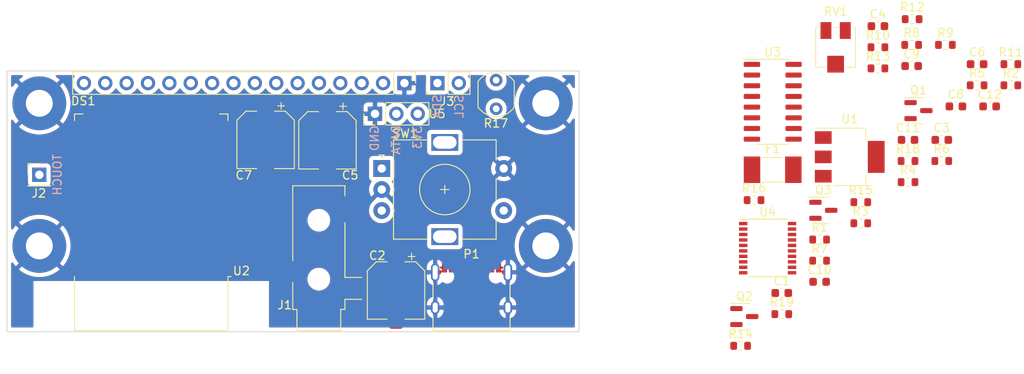
<source format=kicad_pcb>
(kicad_pcb (version 20211014) (generator pcbnew)
  (layers (0 "F.Cu" signal) (31 "B.Cu" signal) (34 "B.Paste" user) (35 "F.Paste" user) (36 "B.SilkS" user "B.Silkscreen") (37 "F.SilkS" user "F.Silkscreen") (38 "B.Mask" user) (39 "F.Mask" user) (44 "Edge.Cuts" user))
  (net 0 "")
  (net 1 "+3V3")
  (net 2 "GND")
  (net 3 "VCC")
  (net 4 "Net-(C5-Pad1)")
  (net 5 "Net-(C5-Pad2)")
  (net 6 "/EN")
  (net 7 "Net-(C7-Pad1)")
  (net 8 "Net-(C7-Pad2)")
  (net 9 "Net-(C8-Pad1)")
  (net 10 "Net-(DS1-Pad3)")
  (net 11 "/P0")
  (net 12 "Net-(DS1-Pad5)")
  (net 13 "/P2")
  (net 18 "Net-(DS1-Pad11)")
  (net 19 "Net-(DS1-Pad12)")
  (net 20 "Net-(DS1-Pad13)")
  (net 21 "Net-(DS1-Pad14)")
  (net 22 "Net-(DS1-Pad16)")
  (net 23 "Net-(F1-Pad1)")
  (net 24 "/SDA")
  (net 25 "/SCL")
  (net 27 "Net-(P1-PadA6)")
  (net 28 "Net-(P1-PadA7)")
  (net 32 "Net-(Q1-Pad1)")
  (net 33 "Net-(Q1-Pad2)")
  (net 34 "Net-(Q2-Pad1)")
  (net 35 "Net-(Q2-Pad2)")
  (net 36 "/IO0")
  (net 37 "Net-(Q3-Pad2)")
  (net 38 "/Enc_B")
  (net 39 "/Enc_A")
  (net 40 "/Enc_SW")
  (net 41 "/Audio_L")
  (net 42 "/Audio_R")
  (net 43 "Net-(R13-Pad2)")
  (net 44 "Net-(R14-Pad2)")
  (net 45 "Net-(R15-Pad2)")
  (net 46 "/Temp_Sens")
  (net 47 "/Light_Sens")
  (net 48 "/LCD_Dimm")
  (net 62 "/Touch_Sens")
  (net 68 "/RXD")
  (net 69 "/TXD")
  (footprint "Resistor_SMD:R_0603_1608Metric" (layer "F.Cu") (at 136.55 21.91)
    (fp_text reference "R9" (at 0 -1.43) (layer "F.SilkS"))
    (fp_text value "10k")
    (fp_line (start -0.237258 0.5225) (end 0.237258 0.5225) (layer "F.SilkS") (width 0.12))
    (fp_line (start -0.237258 -0.5225) (end 0.237258 -0.5225) (layer "F.SilkS") (width 0.12))
    (pad "1" smd roundrect (at -0.825 0) (size 0.8 0.95) (layers "F.Cu" "F.Paste" "F.Mask") (net 33 "Net-(Q1-Pad2)"))
    (pad "2" smd roundrect (at 0.825 0) (size 0.8 0.95) (layers "F.Cu" "F.Paste" "F.Mask") (net 32 "Net-(Q1-Pad1)"))
  )
  (footprint "Fuse:Fuse_Littelfuse-NANO2-451_453" (layer "F.Cu") (at 116.02 36.75)
    (fp_text reference "F1" (at 0 -2.5 unlocked) (layer "F.SilkS"))
    (fp_text value "F5")
    (fp_line (start -1.215 -1.455) (end 1.215 -1.455) (layer "F.SilkS") (width 0.12))
    (fp_line (start -1.215 1.455) (end 1.215 1.455) (layer "F.SilkS") (width 0.12))
    (pad "1" smd rect (at -2.455 0) (size 1.96 3.15) (layers "F.Cu" "F.Paste" "F.Mask") (net 23 "Net-(F1-Pad1)"))
    (pad "2" smd rect (at 2.455 0) (size 1.96 3.15) (layers "F.Cu" "F.Paste" "F.Mask") (net 3 "VCC"))
  )
  (footprint "Resistor_SMD:R_0603_1608Metric" (layer "F.Cu") (at 128.53 22.19)
    (fp_text reference "R10" (at 0 -1.43) (layer "F.SilkS"))
    (fp_text value "10k")
    (fp_line (start -0.237258 -0.5225) (end 0.237258 -0.5225) (layer "F.SilkS") (width 0.12))
    (fp_line (start -0.237258 0.5225) (end 0.237258 0.5225) (layer "F.SilkS") (width 0.12))
    (pad "1" smd roundrect (at -0.825 0) (size 0.8 0.95) (layers "F.Cu" "F.Paste" "F.Mask") (net 35 "Net-(Q2-Pad2)"))
    (pad "2" smd roundrect (at 0.825 0) (size 0.8 0.95) (layers "F.Cu" "F.Paste" "F.Mask") (net 34 "Net-(Q2-Pad1)"))
  )
  (footprint "Resistor_SMD:R_0603_1608Metric" (layer "F.Cu") (at 132.11 35.71)
    (fp_text reference "R18" (at 0 -1.43) (layer "F.SilkS"))
    (fp_text value "10k")
    (fp_line (start -0.237258 0.5225) (end 0.237258 0.5225) (layer "F.SilkS") (width 0.12))
    (fp_line (start -0.237258 -0.5225) (end 0.237258 -0.5225) (layer "F.SilkS") (width 0.12))
    (pad "1" smd roundrect (at -0.825 0) (size 0.8 0.95) (layers "F.Cu" "F.Paste" "F.Mask") (net 47 "/Light_Sens"))
    (pad "2" smd roundrect (at 0.825 0) (size 0.8 0.95) (layers "F.Cu" "F.Paste" "F.Mask") (net 2 "GND"))
  )
  (footprint "Capacitor_SMD:C_0603_1608Metric" (layer "F.Cu") (at 140.32 24.2)
    (fp_text reference "C6" (at 0 -1.43) (layer "F.SilkS"))
    (fp_text value "100n")
    (fp_line (start -0.14058 -0.51) (end 0.14058 -0.51) (layer "F.SilkS") (width 0.12))
    (fp_line (start -0.14058 0.51) (end 0.14058 0.51) (layer "F.SilkS") (width 0.12))
    (pad "1" smd roundrect (at -0.775 0) (size 0.9 0.95) (layers "F.Cu" "F.Paste" "F.Mask") (net 6 "/EN"))
    (pad "2" smd roundrect (at 0.775 0) (size 0.9 0.95) (layers "F.Cu" "F.Paste" "F.Mask") (net 2 "GND"))
  )
  (footprint "Resistor_SMD:R_0603_1608Metric" (layer "F.Cu") (at 144.33 24.2)
    (fp_text reference "R11" (at 0 -1.43) (layer "F.SilkS"))
    (fp_text value "10k")
    (fp_line (start -0.237258 0.5225) (end 0.237258 0.5225) (layer "F.SilkS") (width 0.12))
    (fp_line (start -0.237258 -0.5225) (end 0.237258 -0.5225) (layer "F.SilkS") (width 0.12))
    (pad "1" smd roundrect (at -0.825 0) (size 0.8 0.95) (layers "F.Cu" "F.Paste" "F.Mask") (net 3 "VCC"))
    (pad "2" smd roundrect (at 0.825 0) (size 0.8 0.95) (layers "F.Cu" "F.Paste" "F.Mask") (net 25 "/SCL"))
  )
  (footprint "Resistor_SMD:R_0603_1608Metric" (layer "F.Cu") (at 136.12 35.71)
    (fp_text reference "R6" (at 0 -1.43) (layer "F.SilkS"))
    (fp_text value "22k")
    (fp_line (start -0.237258 0.5225) (end 0.237258 0.5225) (layer "F.SilkS") (width 0.12))
    (fp_line (start -0.237258 -0.5225) (end 0.237258 -0.5225) (layer "F.SilkS") (width 0.12))
    (pad "1" smd roundrect (at -0.825 0) (size 0.8 0.95) (layers "F.Cu" "F.Paste" "F.Mask") (net 42 "/Audio_R"))
    (pad "2" smd roundrect (at 0.825 0) (size 0.8 0.95) (layers "F.Cu" "F.Paste" "F.Mask") (net 7 "Net-(C7-Pad1)"))
  )
  (footprint "Connector_PinHeader_2.54mm:PinHeader_1x03_P2.54mm_Vertical" (layer "F.Cu") (at 68.75 30.1 90)
    (fp_text reference "U5" (at 0 7.375) (layer "F.SilkS"))
    (fp_text value "DS18B20")
    (fp_line (start -1.33 1.27) (end -1.33 6.41) (layer "F.SilkS") (width 0.12))
    (fp_line (start -1.33 1.27) (end 1.33 1.27) (layer "F.SilkS") (width 0.12))
    (fp_line (start -1.33 6.41) (end 1.33 6.41) (layer "F.SilkS") (width 0.12))
    (fp_line (start 1.33 1.27) (end 1.33 6.41) (layer "F.SilkS") (width 0.12))
    (fp_line (start -1.33 -1.33) (end 0 -1.33) (layer "F.SilkS") (width 0.12))
    (fp_line (start -1.33 0) (end -1.33 -1.33) (layer "F.SilkS") (width 0.12))
    (pad "1" thru_hole rect (at 0 0 90) (size 1.7 1.7) (drill 1) (layers *.Cu *.Mask) (net 2 "GND"))
    (pad "2" thru_hole oval (at 0 2.54 90) (size 1.7 1.7) (drill 1) (layers *.Cu *.Mask) (net 46 "/Temp_Sens"))
    (pad "3" thru_hole oval (at 0 5.08 90) (size 1.7 1.7) (drill 1) (layers *.Cu *.Mask) (net 1 "+3V3"))
  )
  (footprint "Resistor_SMD:R_0603_1608Metric" (layer "F.Cu") (at 117.1 53.91)
    (fp_text reference "R19" (at 0 -1.43) (layer "F.SilkS"))
    (fp_text value "4k7")
    (fp_line (start -0.237258 0.5225) (end 0.237258 0.5225) (layer "F.SilkS") (width 0.12))
    (fp_line (start -0.237258 -0.5225) (end 0.237258 -0.5225) (layer "F.SilkS") (width 0.12))
    (pad "1" smd roundrect (at -0.825 0) (size 0.8 0.95) (layers "F.Cu" "F.Paste" "F.Mask") (net 37 "Net-(Q3-Pad2)"))
    (pad "2" smd roundrect (at 0.825 0) (size 0.8 0.95) (layers "F.Cu" "F.Paste" "F.Mask") (net 48 "/LCD_Dimm"))
  )
  (footprint "Capacitor_SMD:C_0603_1608Metric" (layer "F.Cu") (at 136.12 33.2)
    (fp_text reference "C3" (at 0 -1.43) (layer "F.SilkS"))
    (fp_text value "10µ")
    (fp_line (start -0.14058 0.51) (end 0.14058 0.51) (layer "F.SilkS") (width 0.12))
    (fp_line (start -0.14058 -0.51) (end 0.14058 -0.51) (layer "F.SilkS") (width 0.12))
    (pad "1" smd roundrect (at -0.775 0) (size 0.9 0.95) (layers "F.Cu" "F.Paste" "F.Mask") (net 3 "VCC"))
    (pad "2" smd roundrect (at 0.775 0) (size 0.9 0.95) (layers "F.Cu" "F.Paste" "F.Mask") (net 2 "GND"))
  )
  (footprint "MountingHole:MountingHole_3.2mm_M3_Pad" (layer "F.Cu") (at 89.05 28.85)
    (fp_text reference "REF**" hide)
    (fp_text value "MountingHole_3.2mm_M3_Pad")
    (pad "1" thru_hole circle (at 0 0) (size 6.4 6.4) (drill 3.2) (layers *.Cu *.Mask) (net 2 "GND"))
  )
  (footprint "Resistor_SMD:R_0603_1608Metric" (layer "F.Cu") (at 112.21 57.68)
    (fp_text reference "R14" (at 0 -1.43) (layer "F.SilkS"))
    (fp_text value "10k")
    (fp_line (start -0.237258 -0.5225) (end 0.237258 -0.5225) (layer "F.SilkS") (width 0.12))
    (fp_line (start -0.237258 0.5225) (end 0.237258 0.5225) (layer "F.SilkS") (width 0.12))
    (pad "1" smd roundrect (at -0.825 0) (size 0.8 0.95) (layers "F.Cu" "F.Paste" "F.Mask") (net 3 "VCC"))
    (pad "2" smd roundrect (at 0.825 0) (size 0.8 0.95) (layers "F.Cu" "F.Paste" "F.Mask") (net 44 "Net-(R14-Pad2)"))
  )
  (footprint "OptoDevice:R_LDR_5.1x4.3mm_P3.4mm_Vertical" (layer "F.Cu") (at 83.15 26.1 -90)
    (fp_text reference "R17" (at 5.125 0.025) (layer "F.SilkS"))
    (fp_text value "R_Photo")
    (fp_line (start 0.15 2.15) (end 3.2 2.15) (layer "F.SilkS") (width 0.12))
    (fp_line (start 0.15 -2.15) (end 3.2 -2.15) (layer "F.SilkS") (width 0.12))
    (fp_arc (start 3.2 -2.15) (mid 4.321403 -0.027338) (end 3.244513 2.118249) (layer "F.SilkS") (width 0.12))
    (fp_arc (start 0.15 2.15) (mid -0.950438 -0.013368) (end 0.171766 -2.165525) (layer "F.SilkS") (width 0.12))
    (pad "1" thru_hole circle (at 0 0 270) (size 1.5 1.5) (drill 0.8) (layers *.Cu *.Mask) (net 1 "+3V3"))
    (pad "2" thru_hole circle (at 3.4 0 270) (size 1.5 1.5) (drill 0.8) (layers *.Cu *.Mask) (net 47 "/Light_Sens"))
  )
  (footprint "Capacitor_SMD:CP_Elec_6.3x5.4" (layer "F.Cu") (at 71.25 51.1 -90)
    (fp_text reference "C2" (at -4.15 2.225) (layer "F.SilkS"))
    (fp_text value "100µ 16V")
    (fp_line (start -3.41 -2.345563) (end -2.345563 -3.41) (layer "F.SilkS") (width 0.12))
    (fp_line (start -3.41 2.345563) (end -2.345563 3.41) (layer "F.SilkS") (width 0.12))
    (fp_line (start -2.345563 3.41) (end 3.41 3.41) (layer "F.SilkS") (width 0.12))
    (fp_line (start -2.345563 -3.41) (end 3.41 -3.41) (layer "F.SilkS") (width 0.12))
    (fp_line (start -4.04375 -2.24125) (end -4.04375 -1.45375) (layer "F.SilkS") (width 0.12))
    (fp_line (start -3.41 2.345563) (end -3.41 1.06) (layer "F.SilkS") (width 0.12))
    (fp_line (start -4.4375 -1.8475) (end -3.65 -1.8475) (layer "F.SilkS") (width 0.12))
    (fp_line (start 3.41 -3.41) (end 3.41 -1.06) (layer "F.SilkS") (width 0.12))
    (fp_line (start -3.41 -2.345563) (end -3.41 -1.06) (layer "F.SilkS") (width 0.12))
    (fp_line (start 3.41 3.41) (end 3.41 1.06) (layer "F.SilkS") (width 0.12))
    (pad "1" smd roundrect (at -2.8 0 270) (size 3.5 1.6) (layers "F.Cu" "F.Paste" "F.Mask") (roundrect_rratio 0.15625) (net 3 "VCC"))
    (pad "2" smd roundrect (at 2.8 0 270) (size 3.5 1.6) (layers "F.Cu" "F.Paste" "F.Mask") (roundrect_rratio 0.15625) (net 2 "GND"))
  )
  (footprint "" (layer "F.Cu") (at 28.85 45.8)
    (fp_text reference "" (at 0 0) (layer "F.SilkS") (effects (font (size 1.27 1.27))))
    (fp_text value "" (at 0 0) (layer "F.SilkS") (effects (font (size 1.27 1.27))))
    (pad "1" thru_hole circle (at 0 0) (size 6.4 6.4) (drill 3.2) (layers *.Cu *.Mask) (net 2 "GND"))
  )
  (footprint "Package_TO_SOT_SMD:SOT-23" (layer "F.Cu") (at 112.65 54.2)
    (fp_text reference "Q2" (at 0 -2.4) (layer "F.SilkS"))
    (fp_text value "BC817")
    (fp_line (start 0 1.56) (end -0.65 1.56) (layer "F.SilkS") (width 0.12))
    (fp_line (start 0 1.56) (end 0.65 1.56) (layer "F.SilkS") (width 0.12))
    (fp_line (start 0 -1.56) (end 0.65 -1.56) (layer "F.SilkS") (width 0.12))
    (fp_line (start 0 -1.56) (end -1.675 -1.56) (layer "F.SilkS") (width 0.12))
    (pad "1" smd roundrect (at -0.9375 -0.95) (size 1.475 0.6) (layers "F.Cu" "F.Paste" "F.Mask") (net 34 "Net-(Q2-Pad1)"))
    (pad "2" smd roundrect (at -0.9375 0.95) (size 1.475 0.6) (layers "F.Cu" "F.Paste" "F.Mask") (net 35 "Net-(Q2-Pad2)"))
    (pad "3" smd roundrect (at 0.9375 0) (size 1.475 0.6) (layers "F.Cu" "F.Paste" "F.Mask") (net 36 "/IO0"))
  )
  (footprint "Connector_USB:USB_C_Receptacle_XKB_U262-16XN-4BVC11" (layer "F.Cu") (at 80.225 52.05)
    (fp_text reference "P1" (at 0 -5.275) (layer "F.SilkS"))
    (fp_text value "USB_C_Plug")
    (fp_line (start 4.58 2.08) (end 4.58 3.785) (layer "F.SilkS") (width 0.12))
    (fp_line (start 4.58 0.07) (end 4.58 -1.85) (layer "F.SilkS") (width 0.12))
    (fp_line (start -4.58 3.785) (end -4.58 2.08) (layer "F.SilkS") (width 0.12))
    (fp_line (start 4.58 3.785) (end -4.58 3.785) (layer "F.SilkS") (width 0.12))
    (fp_line (start -4.58 -1.85) (end -4.58 0.07) (layer "F.SilkS") (width 0.12))
    (pad "" np_thru_hole circle (at -2.89 -2.605) (size 0.65 0.65) (drill 0.65) (layers *.Cu *.Mask))
    (pad "" np_thru_hole circle (at 2.89 -2.605) (size 0.65 0.65) (drill 0.65) (layers *.Cu *.Mask))
    (pad "A1" smd rect (at -3.35 -3.67) (size 0.3 1.15) (layers "F.Cu" "F.Paste" "F.Mask") (net 2 "GND"))
    (pad "A4" smd rect (at -2.55 -3.67) (size 0.3 1.15) (layers "F.Cu" "F.Paste" "F.Mask") (net 23 "Net-(F1-Pad1)"))
    (pad "A5" smd rect (at -1.25 -3.67) (size 0.3 1.15) (layers "F.Cu" "F.Paste" "F.Mask"))
    (pad "A6" smd rect (at -0.25 -3.67) (size 0.3 1.15) (layers "F.Cu" "F.Paste" "F.Mask") (net 27 "Net-(P1-PadA6)"))
    (pad "A7" smd rect (at 0.25 -3.67) (size 0.3 1.15) (layers "F.Cu" "F.Paste" "F.Mask") (net 28 "Net-(P1-PadA7)"))
    (pad "A8" smd rect (at 1.25 -3.67) (size 0.3 1.15) (layers "F.Cu" "F.Paste" "F.Mask"))
    (pad "A9" smd rect (at 2.55 -3.67) (size 0.3 1.15) (layers "F.Cu" "F.Paste" "F.Mask") (net 23 "Net-(F1-Pad1)"))
    (pad "A12" smd rect (at 3.35 -3.67) (size 0.3 1.15) (layers "F.Cu" "F.Paste" "F.Mask") (net 2 "GND"))
    (pad "B1" smd rect (at 3.05 -3.67) (size 0.3 1.15) (layers "F.Cu" "F.Paste" "F.Mask") (net 2 "GND"))
    (pad "B4" smd rect (at 2.25 -3.67) (size 0.3 1.15) (layers "F.Cu" "F.Paste" "F.Mask") (net 23 "Net-(F1-Pad1)"))
    (pad "B5" smd rect (at 1.75 -3.67) (size 0.3 1.15) (layers "F.Cu" "F.Paste" "F.Mask"))
    (pad "B6" smd rect (at 0.75 -3.67) (size 0.3 1.15) (layers "F.Cu" "F.Paste" "F.Mask"))
    (pad "B7" smd rect (at -0.75 -3.67) (size 0.3 1.15) (layers "F.Cu" "F.Paste" "F.Mask"))
    (pad "B8" smd rect (at -1.75 -3.67) (size 0.3 1.15) (layers "F.Cu" "F.Paste" "F.Mask"))
    (pad "B9" smd rect (at -2.25 -3.67) (size 0.3 1.15) (layers "F.Cu" "F.Paste" "F.Mask") (net 23 "Net-(F1-Pad1)"))
    (pad "B12" smd rect (at -3.05 -3.67) (size 0.3 1.15) (layers "F.Cu" "F.Paste" "F.Mask") (net 2 "GND"))
    (pad "S1" thru_hole oval (at 4.32 1.075) (size 1 1.6) (drill oval 0.6 1.2) (layers *.Cu *.Mask) (net 2 "GND"))
    (pad "S1" thru_hole oval (at -4.32 1.075) (size 1 1.6) (drill oval 0.6 1.2) (layers *.Cu *.Mask) (net 2 "GND"))
    (pad "S1" thru_hole oval (at 4.32 -3.105) (size 1 2.1) (drill oval 0.6 1.7) (layers *.Cu *.Mask) (net 2 "GND"))
    (pad "S1" thru_hole oval (at -4.32 -3.105) (size 1 2.1) (drill oval 0.6 1.7) (layers *.Cu *.Mask) (net 2 "GND"))
  )
  (footprint "Resistor_SMD:R_0603_1608Metric" (layer "F.Cu") (at 121.6 47.56)
    (fp_text reference "R7" (at 0 -1.43) (layer "F.SilkS"))
    (fp_text value "4k7")
    (fp_line (start -0.237258 -0.5225) (end 0.237258 -0.5225) (layer "F.SilkS") (width 0.12))
    (fp_line (start -0.237258 0.5225) (end 0.237258 0.5225) (layer "F.SilkS") (width 0.12))
    (pad "1" smd roundrect (at -0.825 0) (size 0.8 0.95) (layers "F.Cu" "F.Paste" "F.Mask") (net 7 "Net-(C7-Pad1)"))
    (pad "2" smd roundrect (at 0.825 0) (size 0.8 0.95) (layers "F.Cu" "F.Paste" "F.Mask") (net 2 "GND"))
  )
  (footprint "Capacitor_SMD:C_0603_1608Metric" (layer "F.Cu") (at 137.8 29.22)
    (fp_text reference "C8" (at 0 -1.43) (layer "F.SilkS"))
    (fp_text value "100n")
    (fp_line (start -0.14058 -0.51) (end 0.14058 -0.51) (layer "F.SilkS") (width 0.12))
    (fp_line (start -0.14058 0.51) (end 0.14058 0.51) (layer "F.SilkS") (width 0.12))
    (pad "1" smd roundrect (at -0.775 0) (size 0.9 0.95) (layers "F.Cu" "F.Paste" "F.Mask") (net 9 "Net-(C8-Pad1)"))
    (pad "2" smd roundrect (at 0.775 0) (size 0.9 0.95) (layers "F.Cu" "F.Paste" "F.Mask") (net 2 "GND"))
  )
  (footprint "Resistor_SMD:R_0603_1608Metric" (layer "F.Cu") (at 132.11 38.22)
    (fp_text reference "R4" (at 0 -1.43) (layer "F.SilkS"))
    (fp_text value "10k")
    (fp_line (start -0.237258 -0.5225) (end 0.237258 -0.5225) (layer "F.SilkS") (width 0.12))
    (fp_line (start -0.237258 0.5225) (end 0.237258 0.5225) (layer "F.SilkS") (width 0.12))
    (pad "1" smd roundrect (at -0.825 0) (size 0.8 0.95) (layers "F.Cu" "F.Paste" "F.Mask") (net 1 "+3V3"))
    (pad "2" smd roundrect (at 0.825 0) (size 0.8 0.95) (layers "F.Cu" "F.Paste" "F.Mask") (net 40 "/Enc_SW"))
  )
  (footprint "Capacitor_SMD:C_0603_1608Metric" (layer "F.Cu") (at 121.6 50.07)
    (fp_text reference "C10" (at 0 -1.43) (layer "F.SilkS"))
    (fp_text value "100n")
    (fp_line (start -0.14058 -0.51) (end 0.14058 -0.51) (layer "F.SilkS") (width 0.12))
    (fp_line (start -0.14058 0.51) (end 0.14058 0.51) (layer "F.SilkS") (width 0.12))
    (pad "1" smd roundrect (at -0.775 0) (size 0.9 0.95) (layers "F.Cu" "F.Paste" "F.Mask") (net 3 "VCC"))
    (pad "2" smd roundrect (at 0.775 0) (size 0.9 0.95) (layers "F.Cu" "F.Paste" "F.Mask") (net 2 "GND"))
  )
  (footprint "Resistor_SMD:R_0603_1608Metric" (layer "F.Cu") (at 128.53 24.7)
    (fp_text reference "R13" (at 0 -1.43) (layer "F.SilkS"))
    (fp_text value "10k")
    (fp_line (start -0.237258 0.5225) (end 0.237258 0.5225) (layer "F.SilkS") (width 0.12))
    (fp_line (start -0.237258 -0.5225) (end 0.237258 -0.5225) (layer "F.SilkS") (width 0.12))
    (pad "1" smd roundrect (at -0.825 0) (size 0.8 0.95) (layers "F.Cu" "F.Paste" "F.Mask") (net 3 "VCC"))
    (pad "2" smd roundrect (at 0.825 0) (size 0.8 0.95) (layers "F.Cu" "F.Paste" "F.Mask") (net 43 "Net-(R13-Pad2)"))
  )
  (footprint "Resistor_SMD:R_0603_1608Metric" (layer "F.Cu") (at 126.49 43.11)
    (fp_text reference "R3" (at 0 -1.43) (layer "F.SilkS"))
    (fp_text value "10k")
    (fp_line (start -0.237258 -0.5225) (end 0.237258 -0.5225) (layer "F.SilkS") (width 0.12))
    (fp_line (start -0.237258 0.5225) (end 0.237258 0.5225) (layer "F.SilkS") (width 0.12))
    (pad "1" smd roundrect (at -0.825 0) (size 0.8 0.95) (layers "F.Cu" "F.Paste" "F.Mask") (net 1 "+3V3"))
    (pad "2" smd roundrect (at 0.825 0) (size 0.8 0.95) (layers "F.Cu" "F.Paste" "F.Mask") (net 39 "/Enc_A"))
  )
  (footprint "Connector_PinHeader_2.54mm:PinHeader_1x02_P2.54mm_Vertical" (layer "F.Cu") (at 76.175 26.45 90)
    (fp_text reference "J3" (at -2.175 1.15) (layer "F.SilkS"))
    (fp_text value "Conn_01x02")
    (fp_line (start 1.33 1.27) (end 1.33 3.87) (layer "F.SilkS") (width 0.12))
    (fp_line (start -1.33 3.87) (end 1.33 3.87) (layer "F.SilkS") (width 0.12))
    (fp_line (start -1.33 1.27) (end -1.33 3.87) (layer "F.SilkS") (width 0.12))
    (fp_line (start -1.33 1.27) (end 1.33 1.27) (layer "F.SilkS") (width 0.12))
    (fp_line (start -1.33 0) (end -1.33 -1.33) (layer "F.SilkS") (width 0.12))
    (fp_line (start -1.33 -1.33) (end 0 -1.33) (layer "F.SilkS") (width 0.12))
    (pad "1" thru_hole rect (at 0 0 90) (size 1.7 1.7) (drill 1) (layers *.Cu *.Mask) (net 24 "/SDA"))
    (pad "2" thru_hole oval (at 0 2.54 90) (size 1.7 1.7) (drill 1) (layers *.Cu *.Mask) (net 25 "/SCL"))
  )
  (footprint "Package_TO_SOT_SMD:SOT-223-3_TabPin2" (layer "F.Cu") (at 125.18 35.22)
    (fp_text reference "U1" (at 0 -4.5) (layer "F.SilkS"))
    (fp_text value "AMS1117-3.3")
    (fp_line (start -4.1 -3.41) (end 1.91 -3.41) (layer "F.SilkS") (width 0.12))
    (fp_line (start 1.91 -3.41) (end 1.91 -2.15) (layer "F.SilkS") (width 0.12))
    (fp_line (start 1.91 3.41) (end 1.91 2.15) (layer "F.SilkS") (width 0.12))
    (fp_line (start -1.85 3.41) (end 1.91 3.41) (layer "F.SilkS") (width 0.12))
    (pad "1" smd rect (at -3.15 -2.3) (size 2 1.5) (layers "F.Cu" "F.Paste" "F.Mask") (net 2 "GND"))
    (pad "2" smd rect (at -3.15 0) (size 2 1.5) (layers "F.Cu" "F.Paste" "F.Mask") (net 1 "+3V3"))
    (pad "2" smd rect (at 3.15 0) (size 2 3.8) (layers "F.Cu" "F.Paste" "F.Mask") (net 1 "+3V3"))
    (pad "3" smd rect (at -3.15 2.3) (size 2 1.5) (layers "F.Cu" "F.Paste" "F.Mask") (net 3 "VCC"))
  )
  (footprint "" (layer "F.Cu") (at 89.05 45.8)
    (fp_text reference "" (at 0 0) (layer "F.SilkS") (effects (font (size 1.27 1.27))))
    (fp_text value "" (at 0 0) (layer "F.SilkS") (effects (font (size 1.27 1.27))))
    (pad "1" thru_hole circle (at 0 0) (size 6.4 6.4) (drill 3.2) (layers *.Cu *.Mask) (net 2 "GND"))
  )
  (footprint "Capacitor_SMD:C_0603_1608Metric" (layer "F.Cu") (at 128.53 19.68)
    (fp_text reference "C4" (at 0 -1.43) (layer "F.SilkS"))
    (fp_text value "10µ")
    (fp_line (start -0.14058 -0.51) (end 0.14058 -0.51) (layer "F.SilkS") (width 0.12))
    (fp_line (start -0.14058 0.51) (end 0.14058 0.51) (layer "F.SilkS") (width 0.12))
    (pad "1" smd roundrect (at -0.775 0) (size 0.9 0.95) (layers "F.Cu" "F.Paste" "F.Mask") (net 1 "+3V3"))
    (pad "2" smd roundrect (at 0.775 0) (size 0.9 0.95) (layers "F.Cu" "F.Paste" "F.Mask") (net 2 "GND"))
  )
  (footprint "Connector_PinHeader_2.54mm:PinHeader_1x16_P2.54mm_Vertical" (layer "F.Cu") (at 72.25 26.45 -90)
    (fp_text reference "DS1" (at 2.125 38.175) (layer "F.SilkS"))
    (fp_text value "WC1602A")
    (fp_line (start 1.33 1.27) (end 1.33 39.43) (layer "F.SilkS") (width 0.12))
    (fp_line (start -1.33 1.27) (end -1.33 39.43) (layer "F.SilkS") (width 0.12))
    (fp_line (start -1.33 0) (end -1.33 -1.33) (layer "F.SilkS") (width 0.12))
    (fp_line (start -1.33 39.43) (end 1.33 39.43) (layer "F.SilkS") (width 0.12))
    (fp_line (start -1.33 -1.33) (end 0 -1.33) (layer "F.SilkS") (width 0.12))
    (fp_line (start -1.33 1.27) (end 1.33 1.27) (layer "F.SilkS") (width 0.12))
    (pad "1" thru_hole rect (at 0 0 270) (size 1.7 1.7) (drill 1) (layers *.Cu *.Mask) (net 2 "GND"))
    (pad "2" thru_hole oval (at 0 2.54 270) (size 1.7 1.7) (drill 1) (layers *.Cu *.Mask) (net 3 "VCC"))
    (pad "3" thru_hole oval (at 0 5.08 270) (size 1.7 1.7) (drill 1) (layers *.Cu *.Mask) (net 10 "Net-(DS1-Pad3)"))
    (pad "4" thru_hole oval (at 0 7.62 270) (size 1.7 1.7) (drill 1) (layers *.Cu *.Mask) (net 11 "/P0"))
    (pad "5" thru_hole oval (at 0 10.16 270) (size 1.7 1.7) (drill 1) (layers *.Cu *.Mask) (net 12 "Net-(DS1-Pad5)"))
    (pad "6" thru_hole oval (at 0 12.7 270) (size 1.7 1.7) (drill 1) (layers *.Cu *.Mask) (net 13 "/P2"))
    (pad "7" thru_hole oval (at 0 15.24 270) (size 1.7 1.7) (drill 1) (layers *.Cu *.Mask))
    (pad "8" thru_hole oval (at 0 17.78 270) (size 1.7 1.7) (drill 1) (layers *.Cu *.Mask))
    (pad "9" thru_hole oval (at 0 20.32 270) (size 1.7 1.7) (drill 1) (layers *.Cu *.Mask))
    (pad "10" thru_hole oval (at 0 22.86 270) (size 1.7 1.7) (drill 1) (layers *.Cu *.Mask))
    (pad "11" thru_hole oval (at 0 25.4 270) (size 1.7 1.7) (drill 1) (layers *.Cu *.Mask) (net 18 "Net-(DS1-Pad11)"))
    (pad "12" thru_hole oval (at 0 27.94 270) (size 1.7 1.7) (drill 1) (layers *.Cu *.Mask) (net 19 "Net-(DS1-Pad12)"))
    (pad "13" thru_hole oval (at 0 30.48 270) (size 1.7 1.7) (drill 1) (layers *.Cu *.Mask) (net 20 "Net-(DS1-Pad13)"))
    (pad "14" thru_hole oval (at 0 33.02 270) (size 1.7 1.7) (drill 1) (layers *.Cu *.Mask) (net 21 "Net-(DS1-Pad14)"))
    (pad "15" thru_hole oval (at 0 35.56 270) (size 1.7 1.7) (drill 1) (layers *.Cu *.Mask) (net 3 "VCC"))
    (pad "16" thru_hole oval (at 0 38.1 270) (size 1.7 1.7) (drill 1) (layers *.Cu *.Mask) (net 22 "Net-(DS1-Pad16)"))
  )
  (footprint "Rotary_Encoder:RotaryEncoder_Alps_EC11E-Switch_Vertical_H20mm" (layer "F.Cu") (at 69.55 36.6)
    (fp_text reference "SW1" (at 2.775 -4.15) (layer "F.SilkS"))
    (fp_text value "RotaryEncoder_Switch")
    (fp_line (start 1.4 -3.4) (end 1.4 8.4) (layer "F.SilkS") (width 0.12))
    (fp_line (start -0.3 -1.6) (end 0.3 -1.6) (layer "F.SilkS") (width 0.12))
    (fp_line (start 0 -1.3) (end -0.3 -1.6) (layer "F.SilkS") (width 0.12))
    (fp_line (start 7 2.5) (end 8 2.5) (layer "F.SilkS") (width 0.12))
    (fp_line (start 13.6 1.2) (end 13.6 3.8) (layer "F.SilkS") (width 0.12))
    (fp_line (start 5.5 8.4) (end 1.4 8.4) (layer "F.SilkS") (width 0.12))
    (fp_line (start 0.3 -1.6) (end 0 -1.3) (layer "F.SilkS") (width 0.12))
    (fp_line (start 13.6 6) (end 13.6 8.4) (layer "F.SilkS") (width 0.12))
    (fp_line (start 5.5 -3.4) (end 1.4 -3.4) (layer "F.SilkS") (width 0.12))
    (fp_line (start 9.5 -3.4) (end 13.6 -3.4) (layer "F.SilkS") (width 0.12))
    (fp_line (start 7.5 2) (end 7.5 3) (layer "F.SilkS") (width 0.12))
    (fp_line (start 13.6 -3.4) (end 13.6 -1) (layer "F.SilkS") (width 0.12))
    (fp_line (start 13.6 8.4) (end 9.5 8.4) (layer "F.SilkS") (width 0.12))
    (fp_circle (center 7.5 2.5) (end 10.5 2.5) (layer "F.SilkS") (width 0.12) (fill none))
    (pad "A" thru_hole rect (at 0 0) (size 2 2) (drill 1) (layers *.Cu *.Mask) (net 39 "/Enc_A"))
    (pad "B" thru_hole circle (at 0 5) (size 2 2) (drill 1) (layers *.Cu *.Mask) (net 38 "/Enc_B"))
    (pad "C" thru_hole circle (at 0 2.5) (size 2 2) (drill 1) (layers *.Cu *.Mask) (net 2 "GND"))
    (pad "MP" thru_hole rect (at 7.5 8.1) (size 3.2 2) (drill oval 2.8 1.5) (layers *.Cu *.Mask))
    (pad "MP" thru_hole rect (at 7.5 -3.1) (size 3.2 2) (drill oval 2.8 1.5) (layers *.Cu *.Mask))
    (pad "S1" thru_hole circle (at 14.5 5) (size 2 2) (drill 1) (layers *.Cu *.Mask) (net 40 "/Enc_SW"))
    (pad "S2" thru_hole circle (at 14.5 0) (size 2 2) (drill 1) (layers *.Cu *.Mask) (net 2 "GND"))
  )
  (footprint "RF_Module:ESP32-WROOM-32" (layer "F.Cu") (at 42.15 40 180)
    (fp_text reference "U2" (at -10.725 -8.775) (layer "F.SilkS"))
    (fp_text value "ESP32-WROOM-32")
    (fp_line (start -9.12 -15.865) (end -9.12 -9.445) (layer "F.SilkS") (width 0.12))
    (fp_line (start 9.12 -15.865) (end 9.12 -9.445) (layer "F.SilkS") (width 0.12))
    (fp_line (start 9.12 9.1) (end 9.12 9.88) (layer "F.SilkS") (width 0.12))
    (fp_line (start -9.12 9.88) (end -8.12 9.88) (layer "F.SilkS") (width 0.12))
    (fp_line (start -9.12 -15.865) (end 9.12 -15.865) (layer "F.SilkS") (width 0.12))
    (fp_line (start 9.12 9.88) (end 8.12 9.88) (layer "F.SilkS") (width 0.12))
    (fp_line (start -9.12 -9.445) (end -9.5 -9.445) (layer "F.SilkS") (width 0.12))
    (fp_line (start -9.12 9.1) (end -9.12 9.88) (layer "F.SilkS") (width 0.12))
    (pad "1" smd rect (at -8.5 -8.255 180) (size 2 0.9) (layers "F.Cu" "F.Paste" "F.Mask") (net 2 "GND"))
    (pad "2" smd rect (at -8.5 -6.985 180) (size 2 0.9) (layers "F.Cu" "F.Paste" "F.Mask") (net 1 "+3V3"))
    (pad "3" smd rect (at -8.5 -5.715 180) (size 2 0.9) (layers "F.Cu" "F.Paste" "F.Mask") (net 6 "/EN"))
    (pad "4" smd rect (at -8.5 -4.445 180) (size 2 0.9) (layers "F.Cu" "F.Paste" "F.Mask"))
    (pad "5" smd rect (at -8.5 -3.175 180) (size 2 0.9) (layers "F.Cu" "F.Paste" "F.Mask"))
    (pad "6" smd rect (at -8.5 -1.905 180) (size 2 0.9) (layers "F.Cu" "F.Paste" "F.Mask") (net 40 "/Enc_SW"))
    (pad "7" smd rect (at -8.5 -0.635 180) (size 2 0.9) (layers "F.Cu" "F.Paste" "F.Mask") (net 47 "/Light_Sens"))
    (pad "8" smd rect (at -8.5 0.635 180) (size 2 0.9) (layers "F.Cu" "F.Paste" "F.Mask") (net 39 "/Enc_A"))
    (pad "9" smd rect (at -8.5 1.905 180) (size 2 0.9) (layers "F.Cu" "F.Paste" "F.Mask") (net 38 "/Enc_B"))
    (pad "10" smd rect (at -8.5 3.175 180) (size 2 0.9) (layers "F.Cu" "F.Paste" "F.Mask") (net 42 "/Audio_R"))
    (pad "11" smd rect (at -8.5 4.445 180) (size 2 0.9) (layers "F.Cu" "F.Paste" "F.Mask") (net 41 "/Audio_L"))
    (pad "12" smd rect (at -8.5 5.715 180) (size 2 0.9) (layers "F.Cu" "F.Paste" "F.Mask") (net 48 "/LCD_Dimm"))
    (pad "13" smd rect (at -8.5 6.985 180) (size 2 0.9) (layers "F.Cu" "F.Paste" "F.Mask"))
    (pad "14" smd rect (at -8.5 8.255 180) (size 2 0.9) (layers "F.Cu" "F.Paste" "F.Mask"))
    (pad "15" smd rect (at -5.715 9.255 270) (size 2 0.9) (layers "F.Cu" "F.Paste" "F.Mask") (net 2 "GND"))
    (pad "16" smd rect (at -4.445 9.255 270) (size 2 0.9) (layers "F.Cu" "F.Paste" "F.Mask"))
    (pad "17" smd rect (at -3.175 9.255 270) (size 2 0.9) (layers "F.Cu" "F.Paste" "F.Mask"))
    (pad "18" smd rect (at -1.905 9.255 270) (size 2 0.9) (layers "F.Cu" "F.Paste" "F.Mask"))
    (pad "19" smd rect (at -0.635 9.255 270) (size 2 0.9) (layers "F.Cu" "F.Paste" "F.Mask"))
    (pad "20" smd rect (at 0.635 9.255 270) (size 2 0.9) (layers "F.Cu" "F.Paste" "F.Mask"))
    (pad "21" smd rect (at 1.905 9.255 270) (size 2 0.9) (layers "F.Cu" "F.Paste" "F.Mask"))
    (pad "22" smd rect (at 3.175 9.255 270) (size 2 0.9) (layers "F.Cu" "F.Paste" "F.Mask"))
    (pad "23" smd rect (at 4.445 9.255 270) (size 2 0.9) (layers "F.Cu" "F.Paste" "F.Mask"))
    (pad "24" smd rect (at 5.715 9.255 270) (size 2 0.9) (layers "F.Cu" "F.Paste" "F.Mask"))
    (pad "25" smd rect (at 8.5 8.255 180) (size 2 0.9) (layers "F.Cu" "F.Paste" "F.Mask") (net 36 "/IO0"))
    (pad "26" smd rect (at 8.5 6.985 180) (size 2 0.9) (layers "F.Cu" "F.Paste" "F.Mask") (net 62 "/Touch_Sens"))
    (pad "27" smd rect (at 8.5 5.715 180) (size 2 0.9) (layers "F.Cu" "F.Paste" "F.Mask"))
    (pad "28" smd rect (at 8.5 4.445 180) (size 2 0.9) (layers "F.Cu" "F.Paste" "F.Mask"))
    (pad "29" smd rect (at 8.5 3.175 180) (size 2 0.9) (layers "F.Cu" "F.Paste" "F.Mask"))
    (pad "30" smd rect (at 8.5 1.905 180) (size 2 0.9) (layers "F.Cu" "F.Paste" "F.Mask"))
    (pad "31" smd rect (at 8.5 0.635 180) (size 2 0.9) (layers "F.Cu" "F.Paste" "F.Mask") (net 46 "/Temp_Sens"))
    (pad "32" smd rect (at 8.5 -0.635 180) (size 2 0.9) (layers "F.Cu" "F.Paste" "F.Mask"))
    (pad "33" smd rect (at 8.5 -1.905 180) (size 2 0.9) (layers "F.Cu" "F.Paste" "F.Mask") (net 24 "/SDA"))
    (pad "34" smd rect (at 8.5 -3.175 180) (size 2 0.9) (layers "F.Cu" "F.Paste" "F.Mask") (net 68 "/RXD"))
    (pad "35" smd rect (at 8.5 -4.445 180) (size 2 0.9) (layers "F.Cu" "F.Paste" "F.Mask") (net 69 "/TXD"))
    (pad "36" smd rect (at 8.5 -5.715 180) (size 2 0.9) (layers "F.Cu" "F.Paste" "F.Mask") (net 25 "/SCL"))
    (pad "37" smd rect (at 8.5 -6.985 180) (size 2 0.9) (layers "F.Cu" "F.Paste" "F.Mask"))
    (pad "38" smd rect (at 8.5 -8.255 180) (size 2 0.9) (layers "F.Cu" "F.Paste" "F.Mask") (net 2 "GND"))
    (pad "39" smd rect (at -1 -0.755 180) (size 5 5) (layers "F.Cu" "F.Paste" "F.Mask") (net 2 "GND"))
    (zone (net 0) (net_name "") (layers *.Cu) (connect_pads (clearance 0)) (min_thickness 0.254)
      (keepout (tracks not_allowed) (vias not_allowed) (pads not_allowed) (copperpour not_allowed) (footprints not_allowed))
      (fill (thermal_gap 0.508) (thermal_bridge_width 0.508))
      (polygon (pts (xy 56.15 49.97) (xy 28.15 49.97) (xy 28.15 60.75) (xy 56.15 60.75)))
    )
  )
  (footprint "Resistor_SMD:R_0603_1608Metric" (layer "F.Cu") (at 132.54 21.91)
    (fp_text reference "R8" (at 0 -1.43) (layer "F.SilkS"))
    (fp_text value "4k7")
    (fp_line (start -0.237258 -0.5225) (end 0.237258 -0.5225) (layer "F.SilkS") (width 0.12))
    (fp_line (start -0.237258 0.5225) (end 0.237258 0.5225) (layer "F.SilkS") (width 0.12))
    (pad "1" smd roundrect (at -0.825 0) (size 0.8 0.95) (layers "F.Cu" "F.Paste" "F.Mask") (net 4 "Net-(C5-Pad1)"))
    (pad "2" smd roundrect (at 0.825 0) (size 0.8 0.95) (layers "F.Cu" "F.Paste" "F.Mask") (net 2 "GND"))
  )
  (footprint "Capacitor_SMD:C_0603_1608Metric" (layer "F.Cu") (at 132.54 24.42)
    (fp_text reference "C9" (at 0 -1.43) (layer "F.SilkS"))
    (fp_text value "100n")
    (fp_line (start -0.14058 -0.51) (end 0.14058 -0.51) (layer "F.SilkS") (width 0.12))
    (fp_line (start -0.14058 0.51) (end 0.14058 0.51) (layer "F.SilkS") (width 0.12))
    (pad "1" smd roundrect (at -0.775 0) (size 0.9 0.95) (layers "F.Cu" "F.Paste" "F.Mask") (net 3 "VCC"))
    (pad "2" smd roundrect (at 0.775 0) (size 0.9 0.95) (layers "F.Cu" "F.Paste" "F.Mask") (net 2 "GND"))
  )
  (footprint "Capacitor_SMD:C_0603_1608Metric" (layer "F.Cu") (at 141.81 29.22)
    (fp_text reference "C12" (at 0 -1.43) (layer "F.SilkS"))
    (fp_text value "100n")
    (fp_line (start -0.14058 0.51) (end 0.14058 0.51) (layer "F.SilkS") (width 0.12))
    (fp_line (start -0.14058 -0.51) (end 0.14058 -0.51) (layer "F.SilkS") (width 0.12))
    (pad "1" smd roundrect (at -0.775 0) (size 0.9 0.95) (layers "F.Cu" "F.Paste" "F.Mask") (net 1 "+3V3"))
    (pad "2" smd roundrect (at 0.775 0) (size 0.9 0.95) (layers "F.Cu" "F.Paste" "F.Mask") (net 2 "GND"))
  )
  (footprint "Capacitor_SMD:CP_Elec_6.3x5.4" (layer "F.Cu") (at 55.75 33.2 -90)
    (fp_text reference "C7" (at 4.2 2.6) (layer "F.SilkS"))
    (fp_text value "47uF")
    (fp_line (start -4.04375 -2.24125) (end -4.04375 -1.45375) (layer "F.SilkS") (width 0.12))
    (fp_line (start -3.41 2.345563) (end -2.345563 3.41) (layer "F.SilkS") (width 0.12))
    (fp_line (start 3.41 3.41) (end 3.41 1.06) (layer "F.SilkS") (width 0.12))
    (fp_line (start 3.41 -3.41) (end 3.41 -1.06) (layer "F.SilkS") (width 0.12))
    (fp_line (start -2.345563 3.41) (end 3.41 3.41) (layer "F.SilkS") (width 0.12))
    (fp_line (start -3.41 -2.345563) (end -2.345563 -3.41) (layer "F.SilkS") (width 0.12))
    (fp_line (start -2.345563 -3.41) (end 3.41 -3.41) (layer "F.SilkS") (width 0.12))
    (fp_line (start -4.4375 -1.8475) (end -3.65 -1.8475) (layer "F.SilkS") (width 0.12))
    (fp_line (start -3.41 -2.345563) (end -3.41 -1.06) (layer "F.SilkS") (width 0.12))
    (fp_line (start -3.41 2.345563) (end -3.41 1.06) (layer "F.SilkS") (width 0.12))
    (pad "1" smd roundrect (at -2.8 0 270) (size 3.5 1.6) (layers "F.Cu" "F.Paste" "F.Mask") (roundrect_rratio 0.15625) (net 7 "Net-(C7-Pad1)"))
    (pad "2" smd roundrect (at 2.8 0 270) (size 3.5 1.6) (layers "F.Cu" "F.Paste" "F.Mask") (roundrect_rratio 0.15625) (net 8 "Net-(C7-Pad2)"))
  )
  (footprint "Resistor_SMD:R_0603_1608Metric" (layer "F.Cu") (at 121.6 45.05)
    (fp_text reference "R1" (at 0 -1.43) (layer "F.SilkS"))
    (fp_text value "10k")
    (fp_line (start -0.237258 0.5225) (end 0.237258 0.5225) (layer "F.SilkS") (width 0.12))
    (fp_line (start -0.237258 -0.5225) (end 0.237258 -0.5225) (layer "F.SilkS") (width 0.12))
    (pad "1" smd roundrect (at -0.825 0) (size 0.8 0.95) (layers "F.Cu" "F.Paste" "F.Mask") (net 1 "+3V3"))
    (pad "2" smd roundrect (at 0.825 0) (size 0.8 0.95) (layers "F.Cu" "F.Paste" "F.Mask") (net 6 "/EN"))
  )
  (footprint "Potentiometer_SMD:Potentiometer_Bourns_3314J_Vertical" (layer "F.Cu") (at 123.5 22.2)
    (fp_text reference "RV1" (at 0 -4.25) (layer "F.SilkS"))
    (fp_text value "10k")
    (fp_line (start -2.37 -2.37) (end -2.039 -2.37) (layer "F.SilkS") (width 0.12))
    (fp_line (start -0.259 -2.37) (end 0.26 -2.37) (layer "F.SilkS") (width 0.12))
    (fp_line (start 2.04 -2.37) (end 2.37 -2.37) (layer "F.SilkS") (width 0.12))
    (fp_line (start -2.37 2.37) (end -1.24 2.37) (layer "F.SilkS") (width 0.12))
    (fp_line (start -2.37 -2.37) (end -2.37 2.37) (layer "F.SilkS") (width 0.12))
    (fp_line (start 2.37 -2.37) (end 2.37 2.37) (layer "F.SilkS") (width 0.12))
    (fp_line (start 1.24 2.37) (end 2.37 2.37) (layer "F.SilkS") (width 0.12))
    (pad "1" smd rect (at 1.15 -2) (size 1.3 2) (layers "F.Cu" "F.Paste" "F.Mask") (net 3 "VCC"))
    (pad "2" smd rect (at 0 2) (size 2 2) (layers "F.Cu" "F.Paste" "F.Mask") (net 10 "Net-(DS1-Pad3)"))
    (pad "3" smd rect (at -1.15 -2) (size 1.3 2) (layers "F.Cu" "F.Paste" "F.Mask") (net 2 "GND"))
  )
  (footprint "Resistor_SMD:R_0603_1608Metric" (layer "F.Cu") (at 140.32 26.71)
    (fp_text reference "R5" (at 0 -1.43) (layer "F.SilkS"))
    (fp_text value "22k")
    (fp_line (start -0.237258 0.5225) (end 0.237258 0.5225) (layer "F.SilkS") (width 0.12))
    (fp_line (start -0.237258 -0.5225) (end 0.237258 -0.5225) (layer "F.SilkS") (width 0.12))
    (pad "1" smd roundrect (at -0.825 0) (size 0.8 0.95) (layers "F.Cu" "F.Paste" "F.Mask") (net 41 "/Audio_L"))
    (pad "2" smd roundrect (at 0.825 0) (size 0.8 0.95) (layers "F.Cu" "F.Paste" "F.Mask") (net 4 "Net-(C5-Pad1)"))
  )
  (footprint "" (layer "F.Cu") (at 28.85 28.85)
    (fp_text reference "" (at 0 0) (layer "F.SilkS") (effects (font (size 1.27 1.27))))
    (fp_text value "" (at 0 0) (layer "F.SilkS") (effects (font (size 1.27 1.27))))
    (pad "1" thru_hole circle (at 0 0) (size 6.4 6.4) (drill 3.2) (layers *.Cu *.Mask) (net 2 "GND"))
  )
  (footprint "Capacitor_SMD:C_0603_1608Metric" (layer "F.Cu") (at 132.11 33.2)
    (fp_text reference "C11" (at 0 -1.43) (layer "F.SilkS"))
    (fp_text value "100n")
    (fp_line (start -0.14058 -0.51) (end 0.14058 -0.51) (layer "F.SilkS") (width 0.12))
    (fp_line (start -0.14058 0.51) (end 0.14058 0.51) (layer "F.SilkS") (width 0.12))
    (pad "1" smd roundrect (at -0.775 0) (size 0.9 0.95) (layers "F.Cu" "F.Paste" "F.Mask") (net 3 "VCC"))
    (pad "2" smd roundrect (at 0.775 0) (size 0.9 0.95) (layers "F.Cu" "F.Paste" "F.Mask") (net 2 "GND"))
  )
  (footprint "Connector_Audio:Jack_3.5mm_CUI_SJ-3523-SMT_Horizontal" (layer "F.Cu") (at 62.075 47.25 180)
    (fp_text reference "J1" (at 4.05 -5.575) (layer "F.SilkS"))
    (fp_text value "AudioJack3")
    (fp_line (start 3.1 8.6) (end -3.1 8.6) (layer "F.SilkS") (width 0.12))
    (fp_line (start -3.1 -2.3) (end -5.1 -2.3) (layer "F.SilkS") (width 0.12))
    (fp_line (start 3.1 -0.3) (end 3.1 8.6) (layer "F.SilkS") (width 0.12))
    (fp_line (start -3.1 -6.1) (end -2.6 -6.1) (layer "F.SilkS") (width 0.12))
    (fp_line (start -2.6 -6.1) (end -2.6 -8.6) (layer "F.SilkS") (width 0.12))
    (fp_line (start 2.6 -6.1) (end 3.1 -6.1) (layer "F.SilkS") (width 0.12))
    (fp_line (start -3.1 -4.9) (end -3.1 -6.1) (layer "F.SilkS") (width 0.12))
    (fp_line (start -3.1 -4.9) (end -5.1 -4.9) (layer "F.SilkS") (width 0.12))
    (fp_line (start -2.6 -8.6) (end 2.6 -8.6) (layer "F.SilkS") (width 0.12))
    (fp_line (start 2.6 -8.6) (end 2.6 -6.1) (layer "F.SilkS") (width 0.12))
    (fp_line (start -3.1 4.2) (end -3.1 -2.3) (layer "F.SilkS") (width 0.12))
    (fp_line (start 3.1 -6.1) (end 3.1 -2.9) (layer "F.SilkS") (width 0.12))
    (fp_line (start -3.1 8.6) (end -3.1 7.4) (layer "F.SilkS") (width 0.12))
    (pad "" np_thru_hole circle (at 0 -2.5 180) (size 1.7 1.7) (drill 1.7) (layers *.Cu *.Mask))
    (pad "" np_thru_hole circle (at 0 4.5 180) (size 1.7 1.7) (drill 1.7) (layers *.Cu *.Mask))
    (pad "R" smd rect (at 3.7 -1.6 180) (size 2.8 2.2) (layers "F.Cu" "F.Paste" "F.Mask") (net 8 "Net-(C7-Pad2)"))
    (pad "S" smd rect (at -3.7 -3.6 180) (size 2.8 2.2) (layers "F.Cu" "F.Paste" "F.Mask") (net 2 "GND"))
    (pad "T" smd rect (at -3.7 5.8 180) (size 2.8 2.8) (layers "F.Cu" "F.Paste" "F.Mask") (net 5 "Net-(C5-Pad2)"))
  )
  (footprint "Package_TO_SOT_SMD:SOT-23" (layer "F.Cu") (at 122.04 41.57)
    (fp_text reference "Q3" (at 0 -2.4) (layer "F.SilkS"))
    (fp_text value "BC817")
    (fp_line (start 0 1.56) (end -0.65 1.56) (layer "F.SilkS") (width 0.12))
    (fp_line (start 0 1.56) (end 0.65 1.56) (layer "F.SilkS") (width 0.12))
    (fp_line (start 0 -1.56) (end 0.65 -1.56) (layer "F.SilkS") (width 0.12))
    (fp_line (start 0 -1.56) (end -1.675 -1.56) (layer "F.SilkS") (width 0.12))
    (pad "1" smd roundrect (at -0.9375 -0.95) (size 1.475 0.6) (layers "F.Cu" "F.Paste" "F.Mask") (net 22 "Net-(DS1-Pad16)"))
    (pad "2" smd roundrect (at -0.9375 0.95) (size 1.475 0.6) (layers "F.Cu" "F.Paste" "F.Mask") (net 37 "Net-(Q3-Pad2)"))
    (pad "3" smd roundrect (at 0.9375 0) (size 1.475 0.6) (layers "F.Cu" "F.Paste" "F.Mask") (net 2 "GND"))
  )
  (footprint "Package_SO:SSOP-20_4.4x6.5mm_P0.65mm" (layer "F.Cu") (at 115.42 46.07)
    (fp_text reference "U4" (at 0 -4.3) (layer "F.SilkS"))
    (fp_text value "PCF8574TS")
    (fp_line (start 2.325 -3.45) (end 2.325 -3.35) (layer "F.SilkS") (width 0.15))
    (fp_line (start -3.4 -3.45) (end 2.325 -3.45) (layer "F.SilkS") (width 0.15))
    (fp_line (start -2.325 3.375) (end 2.325 3.375) (layer "F.SilkS") (width 0.15))
    (fp_line (start 2.325 3.375) (end 2.325 3.35) (layer "F.SilkS") (width 0.15))
    (fp_line (start -2.325 3.375) (end -2.325 3.35) (layer "F.SilkS") (width 0.15))
    (pad "1" smd rect (at -2.9 -2.925) (size 1 0.4) (layers "F.Cu" "F.Paste" "F.Mask"))
    (pad "2" smd rect (at -2.9 -2.275) (size 1 0.4) (layers "F.Cu" "F.Paste" "F.Mask") (net 25 "/SCL"))
    (pad "3" smd rect (at -2.9 -1.625) (size 1 0.4) (layers "F.Cu" "F.Paste" "F.Mask"))
    (pad "4" smd rect (at -2.9 -0.975) (size 1 0.4) (layers "F.Cu" "F.Paste" "F.Mask") (net 24 "/SDA"))
    (pad "5" smd rect (at -2.9 -0.325) (size 1 0.4) (layers "F.Cu" "F.Paste" "F.Mask") (net 3 "VCC"))
    (pad "6" smd rect (at -2.9 0.325) (size 1 0.4) (layers "F.Cu" "F.Paste" "F.Mask") (net 43 "Net-(R13-Pad2)"))
    (pad "7" smd rect (at -2.9 0.975) (size 1 0.4) (layers "F.Cu" "F.Paste" "F.Mask") (net 44 "Net-(R14-Pad2)"))
    (pad "8" smd rect (at -2.9 1.625) (size 1 0.4) (layers "F.Cu" "F.Paste" "F.Mask"))
    (pad "9" smd rect (at -2.9 2.275) (size 1 0.4) (layers "F.Cu" "F.Paste" "F.Mask") (net 45 "Net-(R15-Pad2)"))
    (pad "10" smd rect (at -2.9 2.925) (size 1 0.4) (layers "F.Cu" "F.Paste" "F.Mask") (net 11 "/P0"))
    (pad "11" smd rect (at 2.9 2.925) (size 1 0.4) (layers "F.Cu" "F.Paste" "F.Mask") (net 12 "Net-(DS1-Pad5)"))
    (pad "12" smd rect (at 2.9 2.275) (size 1 0.4) (layers "F.Cu" "F.Paste" "F.Mask") (net 13 "/P2"))
    (pad "13" smd rect (at 2.9 1.625) (size 1 0.4) (layers "F.Cu" "F.Paste" "F.Mask"))
    (pad "14" smd rect (at 2.9 0.975) (size 1 0.4) (layers "F.Cu" "F.Paste" "F.Mask"))
    (pad "15" smd rect (at 2.9 0.325) (size 1 0.4) (layers "F.Cu" "F.Paste" "F.Mask") (net 2 "GND"))
    (pad "16" smd rect (at 2.9 -0.325) (size 1 0.4) (layers "F.Cu" "F.Paste" "F.Mask") (net 18 "Net-(DS1-Pad11)"))
    (pad "17" smd rect (at 2.9 -0.975) (size 1 0.4) (layers "F.Cu" "F.Paste" "F.Mask") (net 19 "Net-(DS1-Pad12)"))
    (pad "18" smd rect (at 2.9 -1.625) (size 1 0.4) (layers "F.Cu" "F.Paste" "F.Mask"))
    (pad "19" smd rect (at 2.9 -2.275) (size 1 0.4) (layers "F.Cu" "F.Paste" "F.Mask") (net 20 "Net-(DS1-Pad13)"))
    (pad "20" smd rect (at 2.9 -2.925) (size 1 0.4) (layers "F.Cu" "F.Paste" "F.Mask") (net 21 "Net-(DS1-Pad14)"))
  )
  (footprint "Resistor_SMD:R_0603_1608Metric" (layer "F.Cu") (at 126.49 40.6)
    (fp_text reference "R15" (at 0 -1.43) (layer "F.SilkS"))
    (fp_text value "10k")
    (fp_line (start -0.237258 -0.5225) (end 0.237258 -0.5225) (layer "F.SilkS") (width 0.12))
    (fp_line (start -0.237258 0.5225) (end 0.237258 0.5225) (layer "F.SilkS") (width 0.12))
    (pad "1" smd roundrect (at -0.825 0) (size 0.8 0.95) (layers "F.Cu" "F.Paste" "F.Mask") (net 3 "VCC"))
    (pad "2" smd roundrect (at 0.825 0) (size 0.8 0.95) (layers "F.Cu" "F.Paste" "F.Mask") (net 45 "Net-(R15-Pad2)"))
  )
  (footprint "Resistor_SMD:R_0603_1608Metric" (layer "F.Cu") (at 144.33 26.71)
    (fp_text reference "R2" (at 0 -1.43) (layer "F.SilkS"))
    (fp_text value "10k")
    (fp_line (start -0.237258 0.5225) (end 0.237258 0.5225) (layer "F.SilkS") (width 0.12))
    (fp_line (start -0.237258 -0.5225) (end 0.237258 -0.5225) (layer "F.SilkS") (width 0.12))
    (pad "1" smd roundrect (at -0.825 0) (size 0.8 0.95) (layers "F.Cu" "F.Paste" "F.Mask") (net 1 "+3V3"))
    (pad "2" smd roundrect (at 0.825 0) (size 0.8 0.95) (layers "F.Cu" "F.Paste" "F.Mask") (net 38 "/Enc_B"))
  )
  (footprint "Resistor_SMD:R_0603_1608Metric" (layer "F.Cu") (at 113.81 40.36)
    (fp_text reference "R16" (at 0 -1.43) (layer "F.SilkS"))
    (fp_text value "10k")
    (fp_line (start -0.237258 0.5225) (end 0.237258 0.5225) (layer "F.SilkS") (width 0.12))
    (fp_line (start -0.237258 -0.5225) (end 0.237258 -0.5225) (layer "F.SilkS") (width 0.12))
    (pad "1" smd roundrect (at -0.825 0) (size 0.8 0.95) (layers "F.Cu" "F.Paste" "F.Mask") (net 1 "+3V3"))
    (pad "2" smd roundrect (at 0.825 0) (size 0.8 0.95) (layers "F.Cu" "F.Paste" "F.Mask") (net 46 "/Temp_Sens"))
  )
  (footprint "Resistor_SMD:R_0603_1608Metric" (layer "F.Cu") (at 132.6 18.85)
    (fp_text reference "R12" (at 0 -1.43) (layer "F.SilkS"))
    (fp_text value "10k")
    (fp_line (start -0.237258 -0.5225) (end 0.237258 -0.5225) (layer "F.SilkS") (width 0.12))
    (fp_line (start -0.237258 0.5225) (end 0.237258 0.5225) (layer "F.SilkS") (width 0.12))
    (pad "1" smd roundrect (at -0.825 0) (size 0.8 0.95) (layers "F.Cu" "F.Paste" "F.Mask") (net 3 "VCC"))
    (pad "2" smd roundrect (at 0.825 0) (size 0.8 0.95) (layers "F.Cu" "F.Paste" "F.Mask") (net 24 "/SDA"))
  )
  (footprint "Package_TO_SOT_SMD:SOT-23" (layer "F.Cu") (at 133.35 29.72)
    (fp_text reference "Q1" (at 0 -2.4) (layer "F.SilkS"))
    (fp_text value "BC817")
    (fp_line (start 0 -1.56) (end 0.65 -1.56) (layer "F.SilkS") (width 0.12))
    (fp_line (start 0 1.56) (end 0.65 1.56) (layer "F.SilkS") (width 0.12))
    (fp_line (start 0 1.56) (end -0.65 1.56) (layer "F.SilkS") (width 0.12))
    (fp_line (start 0 -1.56) (end -1.675 -1.56) (layer "F.SilkS") (width 0.12))
    (pad "1" smd roundrect (at -0.9375 -0.95) (size 1.475 0.6) (layers "F.Cu" "F.Paste" "F.Mask") (net 32 "Net-(Q1-Pad1)"))
    (pad "2" smd roundrect (at -0.9375 0.95) (size 1.475 0.6) (layers "F.Cu" "F.Paste" "F.Mask") (net 33 "Net-(Q1-Pad2)"))
    (pad "3" smd roundrect (at 0.9375 0) (size 1.475 0.6) (layers "F.Cu" "F.Paste" "F.Mask") (net 6 "/EN"))
  )
  (footprint "Connector_PinHeader_2.54mm:PinHeader_1x01_P2.54mm_Vertical" (layer "F.Cu") (at 28.85 37.35)
    (fp_text reference "J2" (at -0.05 2.2) (layer "F.SilkS"))
    (fp_text value "Conn_01x01")
    (fp_line (start -1.33 -1.33) (end 0 -1.33) (layer "F.SilkS") (width 0.12))
    (fp_line (start -1.33 1.27) (end -1.33 1.33) (layer "F.SilkS") (width 0.12))
    (fp_line (start -1.33 0) (end -1.33 -1.33) (layer "F.SilkS") (width 0.12))
    (fp_line (start -1.33 1.27) (end 1.33 1.27) (layer "F.SilkS") (width 0.12))
    (fp_line (start 1.33 1.27) (end 1.33 1.33) (layer "F.SilkS") (width 0.12))
    (fp_line (start -1.33 1.33) (end 1.33 1.33) (layer "F.SilkS") (width 0.12))
    (pad "1" thru_hole rect (at 0 0) (size 1.7 1.7) (drill 1) (layers *.Cu *.Mask) (net 62 "/Touch_Sens"))
  )
  (footprint "Package_SO:SOIC-16_3.9x9.9mm_P1.27mm" (layer "F.Cu") (at 116.03 28.67)
    (fp_text reference "U3" (at 0 -5.9) (layer "F.SilkS"))
    (fp_text value "CH340C")
    (fp_line (start 0 -5.06) (end -3.45 -5.06) (layer "F.SilkS") (width 0.12))
    (fp_line (start 0 -5.06) (end 1.95 -5.06) (layer "F.SilkS") (width 0.12))
    (fp_line (start 0 5.06) (end 1.95 5.06) (layer "F.SilkS") (width 0.12))
    (fp_line (start 0 5.06) (end -1.95 5.06) (layer "F.SilkS") (width 0.12))
    (pad "1" smd roundrect (at -2.475 -4.445) (size 1.95 0.6) (layers "F.Cu" "F.Paste" "F.Mask") (net 2 "GND"))
    (pad "2" smd roundrect (at -2.475 -3.175) (size 1.95 0.6) (layers "F.Cu" "F.Paste" "F.Mask") (net 68 "/RXD"))
    (pad "3" smd roundrect (at -2.475 -1.905) (size 1.95 0.6) (layers "F.Cu" "F.Paste" "F.Mask") (net 69 "/TXD"))
    (pad "4" smd roundrect (at -2.475 -0.635) (size 1.95 0.6) (layers "F.Cu" "F.Paste" "F.Mask") (net 9 "Net-(C8-Pad1)"))
    (pad "5" smd roundrect (at -2.475 0.635) (size 1.95 0.6) (layers "F.Cu" "F.Paste" "F.Mask") (net 27 "Net-(P1-PadA6)"))
    (pad "6" smd roundrect (at -2.475 1.905) (size 1.95 0.6) (layers "F.Cu" "F.Paste" "F.Mask") (net 28 "Net-(P1-PadA7)"))
    (pad "7" smd roundrect (at -2.475 3.175) (size 1.95 0.6) (layers "F.Cu" "F.Paste" "F.Mask"))
    (pad "8" smd roundrect (at -2.475 4.445) (size 1.95 0.6) (layers "F.Cu" "F.Paste" "F.Mask"))
    (pad "9" smd roundrect (at 2.475 4.445) (size 1.95 0.6) (layers "F.Cu" "F.Paste" "F.Mask"))
    (pad "10" smd roundrect (at 2.475 3.175) (size 1.95 0.6) (layers "F.Cu" "F.Paste" "F.Mask"))
    (pad "11" smd roundrect (at 2.475 1.905) (size 1.95 0.6) (layers "F.Cu" "F.Paste" "F.Mask"))
    (pad "12" smd roundrect (at 2.475 0.635) (size 1.95 0.6) (layers "F.Cu" "F.Paste" "F.Mask"))
    (pad "13" smd roundrect (at 2.475 -0.635) (size 1.95 0.6) (layers "F.Cu" "F.Paste" "F.Mask") (net 33 "Net-(Q1-Pad2)"))
    (pad "14" smd roundrect (at 2.475 -1.905) (size 1.95 0.6) (layers "F.Cu" "F.Paste" "F.Mask") (net 35 "Net-(Q2-Pad2)"))
    (pad "15" smd roundrect (at 2.475 -3.175) (size 1.95 0.6) (layers "F.Cu" "F.Paste" "F.Mask"))
    (pad "16" smd roundrect (at 2.475 -4.445) (size 1.95 0.6) (layers "F.Cu" "F.Paste" "F.Mask") (net 3 "VCC"))
  )
  (footprint "Capacitor_SMD:CP_Elec_6.3x5.4" (layer "F.Cu") (at 63.1 33.25 -90)
    (fp_text reference "C5" (at 4.15 -2.7) (layer "F.SilkS"))
    (fp_text value "47uF")
    (fp_line (start -3.41 2.345563) (end -3.41 1.06) (layer "F.SilkS") (width 0.12))
    (fp_line (start -3.41 -2.345563) (end -3.41 -1.06) (layer "F.SilkS") (width 0.12))
    (fp_line (start -2.345563 3.41) (end 3.41 3.41) (layer "F.SilkS") (width 0.12))
    (fp_line (start 3.41 -3.41) (end 3.41 -1.06) (layer "F.SilkS") (width 0.12))
    (fp_line (start -4.4375 -1.8475) (end -3.65 -1.8475) (layer "F.SilkS") (width 0.12))
    (fp_line (start -3.41 -2.345563) (end -2.345563 -3.41) (layer "F.SilkS") (width 0.12))
    (fp_line (start 3.41 3.41) (end 3.41 1.06) (layer "F.SilkS") (width 0.12))
    (fp_line (start -2.345563 -3.41) (end 3.41 -3.41) (layer "F.SilkS") (width 0.12))
    (fp_line (start -3.41 2.345563) (end -2.345563 3.41) (layer "F.SilkS") (width 0.12))
    (fp_line (start -4.04375 -2.24125) (end -4.04375 -1.45375) (layer "F.SilkS") (width 0.12))
    (pad "1" smd roundrect (at -2.8 0 270) (size 3.5 1.6) (layers "F.Cu" "F.Paste" "F.Mask") (roundrect_rratio 0.15625) (net 4 "Net-(C5-Pad1)"))
    (pad "2" smd roundrect (at 2.8 0 270) (size 3.5 1.6) (layers "F.Cu" "F.Paste" "F.Mask") (roundrect_rratio 0.15625) (net 5 "Net-(C5-Pad2)"))
  )
  (footprint "Capacitor_SMD:C_0603_1608Metric" (layer "F.Cu") (at 117.1 51.4)
    (fp_text reference "C1" (at 0 -1.43) (layer "F.SilkS"))
    (fp_text value "100n")
    (fp_line (start -0.14058 0.51) (end 0.14058 0.51) (layer "F.SilkS") (width 0.12))
    (fp_line (start -0.14058 -0.51) (end 0.14058 -0.51) (layer "F.SilkS") (width 0.12))
    (pad "1" smd roundrect (at -0.775 0) (size 0.9 0.95) (layers "F.Cu" "F.Paste" "F.Mask") (net 1 "+3V3"))
    (pad "2" smd roundrect (at 0.775 0) (size 0.9 0.95) (layers "F.Cu" "F.Paste" "F.Mask") (net 2 "GND"))
  )
  (gr_line (start 25 56) (end 93 56) (layer "Edge.Cuts") (width 0.1))
  (gr_line (start 25 25) (end 93 25) (layer "Edge.Cuts") (width 0.1))
  (gr_line (start 93 25) (end 93 56) (layer "Edge.Cuts") (width 0.1))
  (gr_line (start 25 56) (end 25 25) (layer "Edge.Cuts") (width 0.1))
  (gr_text "TOUCH" (at 31 37.35 90) (layer "B.SilkS") (effects (font (size 1 1)) (justify mirror)))
  (gr_text "SDA" (at 76.15 29.225 90) (layer "B.SilkS") (effects (font (size 1 1)) (justify mirror)))
  (gr_text "GND" (at 68.7 33 90) (layer "B.SilkS") (effects (font (size 1 1)) (justify mirror)))
  (gr_text "DATA" (at 71.25 33.2 90) (layer "B.SilkS") (effects (font (size 1 1)) (justify mirror)))
  (gr_text "3V3" (at 73.8 32.9 90) (layer "B.SilkS") (effects (font (size 1 1)) (justify mirror)))
  (gr_text "SCL" (at 78.75 29.225 90) (layer "B.SilkS") (effects (font (size 1 1)) (justify mirror)))
  (zone (net 2) (net_name "GND") (layers F&B.Cu) (connect_pads (clearance 0.508)) (min_thickness 0.254) (fill yes (thermal_gap 0.508) (thermal_bridge_width 0.508))
    (polygon (pts (xy 93 56) (xy 25 56) (xy 25 25) (xy 93 25)))
  )
)
</source>
